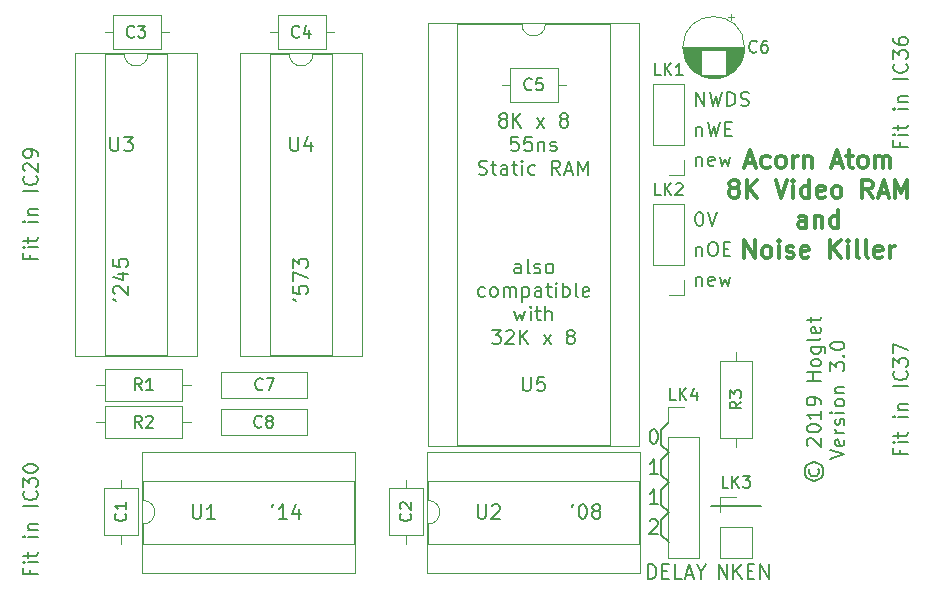
<source format=gto>
G04 #@! TF.GenerationSoftware,KiCad,Pcbnew,5.0.2-bee76a0~70~ubuntu16.04.1*
G04 #@! TF.CreationDate,2019-05-03T11:24:50+01:00*
G04 #@! TF.ProjectId,AtomRamAndNoiseKiller,41746f6d-5261-46d4-916e-644e6f697365,rev?*
G04 #@! TF.SameCoordinates,PX8e4fe28PY93c3260*
G04 #@! TF.FileFunction,Legend,Top*
G04 #@! TF.FilePolarity,Positive*
%FSLAX46Y46*%
G04 Gerber Fmt 4.6, Leading zero omitted, Abs format (unit mm)*
G04 Created by KiCad (PCBNEW 5.0.2-bee76a0~70~ubuntu16.04.1) date Fri 03 May 2019 11:24:50 BST*
%MOMM*%
%LPD*%
G01*
G04 APERTURE LIST*
%ADD10C,0.200000*%
%ADD11C,0.300000*%
%ADD12C,0.120000*%
%ADD13C,0.150000*%
G04 APERTURE END LIST*
D10*
X54610000Y5080000D02*
X55245000Y4445000D01*
X54610000Y6350000D02*
X54610000Y5080000D01*
X55245000Y6985000D02*
X54610000Y6350000D01*
X54610000Y7620000D02*
X55245000Y6985000D01*
X54610000Y8890000D02*
X54610000Y7620000D01*
X55245000Y9525000D02*
X54610000Y8890000D01*
X54610000Y10160000D02*
X55245000Y9525000D01*
X54610000Y11430000D02*
X54610000Y10160000D01*
X55245000Y12065000D02*
X54610000Y11430000D01*
X54610000Y12700000D02*
X55245000Y12065000D01*
X54610000Y13970000D02*
X54610000Y12700000D01*
X55245000Y14605000D02*
X54610000Y13970000D01*
X47174285Y7642143D02*
X47060000Y7413572D01*
X47917142Y7642143D02*
X48031428Y7642143D01*
X48145714Y7585000D01*
X48202857Y7527858D01*
X48260000Y7413572D01*
X48317142Y7185000D01*
X48317142Y6899286D01*
X48260000Y6670715D01*
X48202857Y6556429D01*
X48145714Y6499286D01*
X48031428Y6442143D01*
X47917142Y6442143D01*
X47802857Y6499286D01*
X47745714Y6556429D01*
X47688571Y6670715D01*
X47631428Y6899286D01*
X47631428Y7185000D01*
X47688571Y7413572D01*
X47745714Y7527858D01*
X47802857Y7585000D01*
X47917142Y7642143D01*
X49002857Y7127858D02*
X48888571Y7185000D01*
X48831428Y7242143D01*
X48774285Y7356429D01*
X48774285Y7413572D01*
X48831428Y7527858D01*
X48888571Y7585000D01*
X49002857Y7642143D01*
X49231428Y7642143D01*
X49345714Y7585000D01*
X49402857Y7527858D01*
X49460000Y7413572D01*
X49460000Y7356429D01*
X49402857Y7242143D01*
X49345714Y7185000D01*
X49231428Y7127858D01*
X49002857Y7127858D01*
X48888571Y7070715D01*
X48831428Y7013572D01*
X48774285Y6899286D01*
X48774285Y6670715D01*
X48831428Y6556429D01*
X48888571Y6499286D01*
X49002857Y6442143D01*
X49231428Y6442143D01*
X49345714Y6499286D01*
X49402857Y6556429D01*
X49460000Y6670715D01*
X49460000Y6899286D01*
X49402857Y7013572D01*
X49345714Y7070715D01*
X49231428Y7127858D01*
X53632142Y6257858D02*
X53689285Y6315000D01*
X53803571Y6372143D01*
X54089285Y6372143D01*
X54203571Y6315000D01*
X54260714Y6257858D01*
X54317857Y6143572D01*
X54317857Y6029286D01*
X54260714Y5857858D01*
X53575000Y5172143D01*
X54317857Y5172143D01*
X53917857Y13992143D02*
X54032142Y13992143D01*
X54146428Y13935000D01*
X54203571Y13877858D01*
X54260714Y13763572D01*
X54317857Y13535000D01*
X54317857Y13249286D01*
X54260714Y13020715D01*
X54203571Y12906429D01*
X54146428Y12849286D01*
X54032142Y12792143D01*
X53917857Y12792143D01*
X53803571Y12849286D01*
X53746428Y12906429D01*
X53689285Y13020715D01*
X53632142Y13249286D01*
X53632142Y13535000D01*
X53689285Y13763572D01*
X53746428Y13877858D01*
X53803571Y13935000D01*
X53917857Y13992143D01*
X54317857Y10252143D02*
X53632142Y10252143D01*
X53975000Y10252143D02*
X53975000Y11452143D01*
X53860714Y11280715D01*
X53746428Y11166429D01*
X53632142Y11109286D01*
X54317857Y7712143D02*
X53632142Y7712143D01*
X53975000Y7712143D02*
X53975000Y8912143D01*
X53860714Y8740715D01*
X53746428Y8626429D01*
X53632142Y8569286D01*
X53508571Y1362143D02*
X53508571Y2562143D01*
X53794285Y2562143D01*
X53965714Y2505000D01*
X54080000Y2390715D01*
X54137142Y2276429D01*
X54194285Y2047858D01*
X54194285Y1876429D01*
X54137142Y1647858D01*
X54080000Y1533572D01*
X53965714Y1419286D01*
X53794285Y1362143D01*
X53508571Y1362143D01*
X54708571Y1990715D02*
X55108571Y1990715D01*
X55280000Y1362143D02*
X54708571Y1362143D01*
X54708571Y2562143D01*
X55280000Y2562143D01*
X56365714Y1362143D02*
X55794285Y1362143D01*
X55794285Y2562143D01*
X56708571Y1705000D02*
X57280000Y1705000D01*
X56594285Y1362143D02*
X56994285Y2562143D01*
X57394285Y1362143D01*
X58022857Y1933572D02*
X58022857Y1362143D01*
X57622857Y2562143D02*
X58022857Y1933572D01*
X58422857Y2562143D01*
X67208571Y10652858D02*
X67151428Y10538572D01*
X67151428Y10310000D01*
X67208571Y10195715D01*
X67322857Y10081429D01*
X67437142Y10024286D01*
X67665714Y10024286D01*
X67780000Y10081429D01*
X67894285Y10195715D01*
X67951428Y10310000D01*
X67951428Y10538572D01*
X67894285Y10652858D01*
X66751428Y10424286D02*
X66808571Y10138572D01*
X66980000Y9852858D01*
X67265714Y9681429D01*
X67551428Y9624286D01*
X67837142Y9681429D01*
X68122857Y9852858D01*
X68294285Y10138572D01*
X68351428Y10424286D01*
X68294285Y10710000D01*
X68122857Y10995715D01*
X67837142Y11167143D01*
X67551428Y11224286D01*
X67265714Y11167143D01*
X66980000Y10995715D01*
X66808571Y10710000D01*
X66751428Y10424286D01*
X67037142Y12595715D02*
X66980000Y12652858D01*
X66922857Y12767143D01*
X66922857Y13052858D01*
X66980000Y13167143D01*
X67037142Y13224286D01*
X67151428Y13281429D01*
X67265714Y13281429D01*
X67437142Y13224286D01*
X68122857Y12538572D01*
X68122857Y13281429D01*
X66922857Y14024286D02*
X66922857Y14138572D01*
X66980000Y14252858D01*
X67037142Y14310000D01*
X67151428Y14367143D01*
X67380000Y14424286D01*
X67665714Y14424286D01*
X67894285Y14367143D01*
X68008571Y14310000D01*
X68065714Y14252858D01*
X68122857Y14138572D01*
X68122857Y14024286D01*
X68065714Y13910000D01*
X68008571Y13852858D01*
X67894285Y13795715D01*
X67665714Y13738572D01*
X67380000Y13738572D01*
X67151428Y13795715D01*
X67037142Y13852858D01*
X66980000Y13910000D01*
X66922857Y14024286D01*
X68122857Y15567143D02*
X68122857Y14881429D01*
X68122857Y15224286D02*
X66922857Y15224286D01*
X67094285Y15110000D01*
X67208571Y14995715D01*
X67265714Y14881429D01*
X68122857Y16138572D02*
X68122857Y16367143D01*
X68065714Y16481429D01*
X68008571Y16538572D01*
X67837142Y16652858D01*
X67608571Y16710000D01*
X67151428Y16710000D01*
X67037142Y16652858D01*
X66980000Y16595715D01*
X66922857Y16481429D01*
X66922857Y16252858D01*
X66980000Y16138572D01*
X67037142Y16081429D01*
X67151428Y16024286D01*
X67437142Y16024286D01*
X67551428Y16081429D01*
X67608571Y16138572D01*
X67665714Y16252858D01*
X67665714Y16481429D01*
X67608571Y16595715D01*
X67551428Y16652858D01*
X67437142Y16710000D01*
X68122857Y18138572D02*
X66922857Y18138572D01*
X67494285Y18138572D02*
X67494285Y18824286D01*
X68122857Y18824286D02*
X66922857Y18824286D01*
X68122857Y19567143D02*
X68065714Y19452858D01*
X68008571Y19395715D01*
X67894285Y19338572D01*
X67551428Y19338572D01*
X67437142Y19395715D01*
X67380000Y19452858D01*
X67322857Y19567143D01*
X67322857Y19738572D01*
X67380000Y19852858D01*
X67437142Y19910000D01*
X67551428Y19967143D01*
X67894285Y19967143D01*
X68008571Y19910000D01*
X68065714Y19852858D01*
X68122857Y19738572D01*
X68122857Y19567143D01*
X67322857Y20995715D02*
X68294285Y20995715D01*
X68408571Y20938572D01*
X68465714Y20881429D01*
X68522857Y20767143D01*
X68522857Y20595715D01*
X68465714Y20481429D01*
X68065714Y20995715D02*
X68122857Y20881429D01*
X68122857Y20652858D01*
X68065714Y20538572D01*
X68008571Y20481429D01*
X67894285Y20424286D01*
X67551428Y20424286D01*
X67437142Y20481429D01*
X67380000Y20538572D01*
X67322857Y20652858D01*
X67322857Y20881429D01*
X67380000Y20995715D01*
X68122857Y21738572D02*
X68065714Y21624286D01*
X67951428Y21567143D01*
X66922857Y21567143D01*
X68065714Y22652858D02*
X68122857Y22538572D01*
X68122857Y22310000D01*
X68065714Y22195715D01*
X67951428Y22138572D01*
X67494285Y22138572D01*
X67380000Y22195715D01*
X67322857Y22310000D01*
X67322857Y22538572D01*
X67380000Y22652858D01*
X67494285Y22710000D01*
X67608571Y22710000D01*
X67722857Y22138572D01*
X67322857Y23052858D02*
X67322857Y23510000D01*
X66922857Y23224286D02*
X67951428Y23224286D01*
X68065714Y23281429D01*
X68122857Y23395715D01*
X68122857Y23510000D01*
X68922857Y11481429D02*
X70122857Y11881429D01*
X68922857Y12281429D01*
X70065714Y13138572D02*
X70122857Y13024286D01*
X70122857Y12795715D01*
X70065714Y12681429D01*
X69951428Y12624286D01*
X69494285Y12624286D01*
X69380000Y12681429D01*
X69322857Y12795715D01*
X69322857Y13024286D01*
X69380000Y13138572D01*
X69494285Y13195715D01*
X69608571Y13195715D01*
X69722857Y12624286D01*
X70122857Y13710000D02*
X69322857Y13710000D01*
X69551428Y13710000D02*
X69437142Y13767143D01*
X69380000Y13824286D01*
X69322857Y13938572D01*
X69322857Y14052858D01*
X70065714Y14395715D02*
X70122857Y14510000D01*
X70122857Y14738572D01*
X70065714Y14852858D01*
X69951428Y14910000D01*
X69894285Y14910000D01*
X69780000Y14852858D01*
X69722857Y14738572D01*
X69722857Y14567143D01*
X69665714Y14452858D01*
X69551428Y14395715D01*
X69494285Y14395715D01*
X69380000Y14452858D01*
X69322857Y14567143D01*
X69322857Y14738572D01*
X69380000Y14852858D01*
X70122857Y15424286D02*
X69322857Y15424286D01*
X68922857Y15424286D02*
X68980000Y15367143D01*
X69037142Y15424286D01*
X68980000Y15481429D01*
X68922857Y15424286D01*
X69037142Y15424286D01*
X70122857Y16167143D02*
X70065714Y16052858D01*
X70008571Y15995715D01*
X69894285Y15938572D01*
X69551428Y15938572D01*
X69437142Y15995715D01*
X69380000Y16052858D01*
X69322857Y16167143D01*
X69322857Y16338572D01*
X69380000Y16452858D01*
X69437142Y16510000D01*
X69551428Y16567143D01*
X69894285Y16567143D01*
X70008571Y16510000D01*
X70065714Y16452858D01*
X70122857Y16338572D01*
X70122857Y16167143D01*
X69322857Y17081429D02*
X70122857Y17081429D01*
X69437142Y17081429D02*
X69380000Y17138572D01*
X69322857Y17252858D01*
X69322857Y17424286D01*
X69380000Y17538572D01*
X69494285Y17595715D01*
X70122857Y17595715D01*
X68922857Y18967143D02*
X68922857Y19710000D01*
X69380000Y19310000D01*
X69380000Y19481429D01*
X69437142Y19595715D01*
X69494285Y19652858D01*
X69608571Y19710000D01*
X69894285Y19710000D01*
X70008571Y19652858D01*
X70065714Y19595715D01*
X70122857Y19481429D01*
X70122857Y19138572D01*
X70065714Y19024286D01*
X70008571Y18967143D01*
X70008571Y20224286D02*
X70065714Y20281429D01*
X70122857Y20224286D01*
X70065714Y20167143D01*
X70008571Y20224286D01*
X70122857Y20224286D01*
X68922857Y21024286D02*
X68922857Y21138572D01*
X68980000Y21252858D01*
X69037142Y21310000D01*
X69151428Y21367143D01*
X69380000Y21424286D01*
X69665714Y21424286D01*
X69894285Y21367143D01*
X70008571Y21310000D01*
X70065714Y21252858D01*
X70122857Y21138572D01*
X70122857Y21024286D01*
X70065714Y20910000D01*
X70008571Y20852858D01*
X69894285Y20795715D01*
X69665714Y20738572D01*
X69380000Y20738572D01*
X69151428Y20795715D01*
X69037142Y20852858D01*
X68980000Y20910000D01*
X68922857Y21024286D01*
X42729285Y27222143D02*
X42729285Y27850715D01*
X42672142Y27965000D01*
X42557857Y28022143D01*
X42329285Y28022143D01*
X42215000Y27965000D01*
X42729285Y27279286D02*
X42615000Y27222143D01*
X42329285Y27222143D01*
X42215000Y27279286D01*
X42157857Y27393572D01*
X42157857Y27507858D01*
X42215000Y27622143D01*
X42329285Y27679286D01*
X42615000Y27679286D01*
X42729285Y27736429D01*
X43472142Y27222143D02*
X43357857Y27279286D01*
X43300714Y27393572D01*
X43300714Y28422143D01*
X43872142Y27279286D02*
X43986428Y27222143D01*
X44215000Y27222143D01*
X44329285Y27279286D01*
X44386428Y27393572D01*
X44386428Y27450715D01*
X44329285Y27565000D01*
X44215000Y27622143D01*
X44043571Y27622143D01*
X43929285Y27679286D01*
X43872142Y27793572D01*
X43872142Y27850715D01*
X43929285Y27965000D01*
X44043571Y28022143D01*
X44215000Y28022143D01*
X44329285Y27965000D01*
X45072142Y27222143D02*
X44957857Y27279286D01*
X44900714Y27336429D01*
X44843571Y27450715D01*
X44843571Y27793572D01*
X44900714Y27907858D01*
X44957857Y27965000D01*
X45072142Y28022143D01*
X45243571Y28022143D01*
X45357857Y27965000D01*
X45415000Y27907858D01*
X45472142Y27793572D01*
X45472142Y27450715D01*
X45415000Y27336429D01*
X45357857Y27279286D01*
X45243571Y27222143D01*
X45072142Y27222143D01*
X39672142Y25279286D02*
X39557857Y25222143D01*
X39329285Y25222143D01*
X39215000Y25279286D01*
X39157857Y25336429D01*
X39100714Y25450715D01*
X39100714Y25793572D01*
X39157857Y25907858D01*
X39215000Y25965000D01*
X39329285Y26022143D01*
X39557857Y26022143D01*
X39672142Y25965000D01*
X40357857Y25222143D02*
X40243571Y25279286D01*
X40186428Y25336429D01*
X40129285Y25450715D01*
X40129285Y25793572D01*
X40186428Y25907858D01*
X40243571Y25965000D01*
X40357857Y26022143D01*
X40529285Y26022143D01*
X40643571Y25965000D01*
X40700714Y25907858D01*
X40757857Y25793572D01*
X40757857Y25450715D01*
X40700714Y25336429D01*
X40643571Y25279286D01*
X40529285Y25222143D01*
X40357857Y25222143D01*
X41272142Y25222143D02*
X41272142Y26022143D01*
X41272142Y25907858D02*
X41329285Y25965000D01*
X41443571Y26022143D01*
X41615000Y26022143D01*
X41729285Y25965000D01*
X41786428Y25850715D01*
X41786428Y25222143D01*
X41786428Y25850715D02*
X41843571Y25965000D01*
X41957857Y26022143D01*
X42129285Y26022143D01*
X42243571Y25965000D01*
X42300714Y25850715D01*
X42300714Y25222143D01*
X42872142Y26022143D02*
X42872142Y24822143D01*
X42872142Y25965000D02*
X42986428Y26022143D01*
X43215000Y26022143D01*
X43329285Y25965000D01*
X43386428Y25907858D01*
X43443571Y25793572D01*
X43443571Y25450715D01*
X43386428Y25336429D01*
X43329285Y25279286D01*
X43215000Y25222143D01*
X42986428Y25222143D01*
X42872142Y25279286D01*
X44472142Y25222143D02*
X44472142Y25850715D01*
X44415000Y25965000D01*
X44300714Y26022143D01*
X44072142Y26022143D01*
X43957857Y25965000D01*
X44472142Y25279286D02*
X44357857Y25222143D01*
X44072142Y25222143D01*
X43957857Y25279286D01*
X43900714Y25393572D01*
X43900714Y25507858D01*
X43957857Y25622143D01*
X44072142Y25679286D01*
X44357857Y25679286D01*
X44472142Y25736429D01*
X44872142Y26022143D02*
X45329285Y26022143D01*
X45043571Y26422143D02*
X45043571Y25393572D01*
X45100714Y25279286D01*
X45215000Y25222143D01*
X45329285Y25222143D01*
X45729285Y25222143D02*
X45729285Y26022143D01*
X45729285Y26422143D02*
X45672142Y26365000D01*
X45729285Y26307858D01*
X45786428Y26365000D01*
X45729285Y26422143D01*
X45729285Y26307858D01*
X46300714Y25222143D02*
X46300714Y26422143D01*
X46300714Y25965000D02*
X46415000Y26022143D01*
X46643571Y26022143D01*
X46757857Y25965000D01*
X46815000Y25907858D01*
X46872142Y25793572D01*
X46872142Y25450715D01*
X46815000Y25336429D01*
X46757857Y25279286D01*
X46643571Y25222143D01*
X46415000Y25222143D01*
X46300714Y25279286D01*
X47557857Y25222143D02*
X47443571Y25279286D01*
X47386428Y25393572D01*
X47386428Y26422143D01*
X48472142Y25279286D02*
X48357857Y25222143D01*
X48129285Y25222143D01*
X48015000Y25279286D01*
X47957857Y25393572D01*
X47957857Y25850715D01*
X48015000Y25965000D01*
X48129285Y26022143D01*
X48357857Y26022143D01*
X48472142Y25965000D01*
X48529285Y25850715D01*
X48529285Y25736429D01*
X47957857Y25622143D01*
X42186428Y24022143D02*
X42415000Y23222143D01*
X42643571Y23793572D01*
X42872142Y23222143D01*
X43100714Y24022143D01*
X43557857Y23222143D02*
X43557857Y24022143D01*
X43557857Y24422143D02*
X43500714Y24365000D01*
X43557857Y24307858D01*
X43615000Y24365000D01*
X43557857Y24422143D01*
X43557857Y24307858D01*
X43957857Y24022143D02*
X44415000Y24022143D01*
X44129285Y24422143D02*
X44129285Y23393572D01*
X44186428Y23279286D01*
X44300714Y23222143D01*
X44415000Y23222143D01*
X44815000Y23222143D02*
X44815000Y24422143D01*
X45329285Y23222143D02*
X45329285Y23850715D01*
X45272142Y23965000D01*
X45157857Y24022143D01*
X44986428Y24022143D01*
X44872142Y23965000D01*
X44815000Y23907858D01*
X40272142Y22422143D02*
X41015000Y22422143D01*
X40615000Y21965000D01*
X40786428Y21965000D01*
X40900714Y21907858D01*
X40957857Y21850715D01*
X41015000Y21736429D01*
X41015000Y21450715D01*
X40957857Y21336429D01*
X40900714Y21279286D01*
X40786428Y21222143D01*
X40443571Y21222143D01*
X40329285Y21279286D01*
X40272142Y21336429D01*
X41472142Y22307858D02*
X41529285Y22365000D01*
X41643571Y22422143D01*
X41929285Y22422143D01*
X42043571Y22365000D01*
X42100714Y22307858D01*
X42157857Y22193572D01*
X42157857Y22079286D01*
X42100714Y21907858D01*
X41415000Y21222143D01*
X42157857Y21222143D01*
X42672142Y21222143D02*
X42672142Y22422143D01*
X43357857Y21222143D02*
X42843571Y21907858D01*
X43357857Y22422143D02*
X42672142Y21736429D01*
X44672142Y21222143D02*
X45300714Y22022143D01*
X44672142Y22022143D02*
X45300714Y21222143D01*
X46843571Y21907858D02*
X46729285Y21965000D01*
X46672142Y22022143D01*
X46615000Y22136429D01*
X46615000Y22193572D01*
X46672142Y22307858D01*
X46729285Y22365000D01*
X46843571Y22422143D01*
X47072142Y22422143D01*
X47186428Y22365000D01*
X47243571Y22307858D01*
X47300714Y22193572D01*
X47300714Y22136429D01*
X47243571Y22022143D01*
X47186428Y21965000D01*
X47072142Y21907858D01*
X46843571Y21907858D01*
X46729285Y21850715D01*
X46672142Y21793572D01*
X46615000Y21679286D01*
X46615000Y21450715D01*
X46672142Y21336429D01*
X46729285Y21279286D01*
X46843571Y21222143D01*
X47072142Y21222143D01*
X47186428Y21279286D01*
X47243571Y21336429D01*
X47300714Y21450715D01*
X47300714Y21679286D01*
X47243571Y21793572D01*
X47186428Y21850715D01*
X47072142Y21907858D01*
X57565714Y37087143D02*
X57565714Y36287143D01*
X57565714Y36972858D02*
X57622857Y37030000D01*
X57737142Y37087143D01*
X57908571Y37087143D01*
X58022857Y37030000D01*
X58080000Y36915715D01*
X58080000Y36287143D01*
X59108571Y36344286D02*
X58994285Y36287143D01*
X58765714Y36287143D01*
X58651428Y36344286D01*
X58594285Y36458572D01*
X58594285Y36915715D01*
X58651428Y37030000D01*
X58765714Y37087143D01*
X58994285Y37087143D01*
X59108571Y37030000D01*
X59165714Y36915715D01*
X59165714Y36801429D01*
X58594285Y36687143D01*
X59565714Y37087143D02*
X59794285Y36287143D01*
X60022857Y36858572D01*
X60251428Y36287143D01*
X60480000Y37087143D01*
X57565714Y26927143D02*
X57565714Y26127143D01*
X57565714Y26812858D02*
X57622857Y26870000D01*
X57737142Y26927143D01*
X57908571Y26927143D01*
X58022857Y26870000D01*
X58080000Y26755715D01*
X58080000Y26127143D01*
X59108571Y26184286D02*
X58994285Y26127143D01*
X58765714Y26127143D01*
X58651428Y26184286D01*
X58594285Y26298572D01*
X58594285Y26755715D01*
X58651428Y26870000D01*
X58765714Y26927143D01*
X58994285Y26927143D01*
X59108571Y26870000D01*
X59165714Y26755715D01*
X59165714Y26641429D01*
X58594285Y26527143D01*
X59565714Y26927143D02*
X59794285Y26127143D01*
X60022857Y26698572D01*
X60251428Y26127143D01*
X60480000Y26927143D01*
X57794285Y32407143D02*
X57908571Y32407143D01*
X58022857Y32350000D01*
X58080000Y32292858D01*
X58137142Y32178572D01*
X58194285Y31950000D01*
X58194285Y31664286D01*
X58137142Y31435715D01*
X58080000Y31321429D01*
X58022857Y31264286D01*
X57908571Y31207143D01*
X57794285Y31207143D01*
X57680000Y31264286D01*
X57622857Y31321429D01*
X57565714Y31435715D01*
X57508571Y31664286D01*
X57508571Y31950000D01*
X57565714Y32178572D01*
X57622857Y32292858D01*
X57680000Y32350000D01*
X57794285Y32407143D01*
X58537142Y32407143D02*
X58937142Y31207143D01*
X59337142Y32407143D01*
X57565714Y41367143D02*
X57565714Y42567143D01*
X58251428Y41367143D01*
X58251428Y42567143D01*
X58708571Y42567143D02*
X58994285Y41367143D01*
X59222857Y42224286D01*
X59451428Y41367143D01*
X59737142Y42567143D01*
X60194285Y41367143D02*
X60194285Y42567143D01*
X60480000Y42567143D01*
X60651428Y42510000D01*
X60765714Y42395715D01*
X60822857Y42281429D01*
X60880000Y42052858D01*
X60880000Y41881429D01*
X60822857Y41652858D01*
X60765714Y41538572D01*
X60651428Y41424286D01*
X60480000Y41367143D01*
X60194285Y41367143D01*
X61337142Y41424286D02*
X61508571Y41367143D01*
X61794285Y41367143D01*
X61908571Y41424286D01*
X61965714Y41481429D01*
X62022857Y41595715D01*
X62022857Y41710000D01*
X61965714Y41824286D01*
X61908571Y41881429D01*
X61794285Y41938572D01*
X61565714Y41995715D01*
X61451428Y42052858D01*
X61394285Y42110000D01*
X61337142Y42224286D01*
X61337142Y42338572D01*
X61394285Y42452858D01*
X61451428Y42510000D01*
X61565714Y42567143D01*
X61851428Y42567143D01*
X62022857Y42510000D01*
X57565714Y29467143D02*
X57565714Y28667143D01*
X57565714Y29352858D02*
X57622857Y29410000D01*
X57737142Y29467143D01*
X57908571Y29467143D01*
X58022857Y29410000D01*
X58080000Y29295715D01*
X58080000Y28667143D01*
X58880000Y29867143D02*
X59108571Y29867143D01*
X59222857Y29810000D01*
X59337142Y29695715D01*
X59394285Y29467143D01*
X59394285Y29067143D01*
X59337142Y28838572D01*
X59222857Y28724286D01*
X59108571Y28667143D01*
X58880000Y28667143D01*
X58765714Y28724286D01*
X58651428Y28838572D01*
X58594285Y29067143D01*
X58594285Y29467143D01*
X58651428Y29695715D01*
X58765714Y29810000D01*
X58880000Y29867143D01*
X59908571Y29295715D02*
X60308571Y29295715D01*
X60480000Y28667143D02*
X59908571Y28667143D01*
X59908571Y29867143D01*
X60480000Y29867143D01*
X57565714Y39627143D02*
X57565714Y38827143D01*
X57565714Y39512858D02*
X57622857Y39570000D01*
X57737142Y39627143D01*
X57908571Y39627143D01*
X58022857Y39570000D01*
X58080000Y39455715D01*
X58080000Y38827143D01*
X58537142Y40027143D02*
X58822857Y38827143D01*
X59051428Y39684286D01*
X59280000Y38827143D01*
X59565714Y40027143D01*
X60022857Y39455715D02*
X60422857Y39455715D01*
X60594285Y38827143D02*
X60022857Y38827143D01*
X60022857Y40027143D01*
X60594285Y40027143D01*
X41129285Y40242858D02*
X41015000Y40300000D01*
X40957857Y40357143D01*
X40900714Y40471429D01*
X40900714Y40528572D01*
X40957857Y40642858D01*
X41015000Y40700000D01*
X41129285Y40757143D01*
X41357857Y40757143D01*
X41472142Y40700000D01*
X41529285Y40642858D01*
X41586428Y40528572D01*
X41586428Y40471429D01*
X41529285Y40357143D01*
X41472142Y40300000D01*
X41357857Y40242858D01*
X41129285Y40242858D01*
X41015000Y40185715D01*
X40957857Y40128572D01*
X40900714Y40014286D01*
X40900714Y39785715D01*
X40957857Y39671429D01*
X41015000Y39614286D01*
X41129285Y39557143D01*
X41357857Y39557143D01*
X41472142Y39614286D01*
X41529285Y39671429D01*
X41586428Y39785715D01*
X41586428Y40014286D01*
X41529285Y40128572D01*
X41472142Y40185715D01*
X41357857Y40242858D01*
X42100714Y39557143D02*
X42100714Y40757143D01*
X42786428Y39557143D02*
X42272142Y40242858D01*
X42786428Y40757143D02*
X42100714Y40071429D01*
X44100714Y39557143D02*
X44729285Y40357143D01*
X44100714Y40357143D02*
X44729285Y39557143D01*
X46272142Y40242858D02*
X46157857Y40300000D01*
X46100714Y40357143D01*
X46043571Y40471429D01*
X46043571Y40528572D01*
X46100714Y40642858D01*
X46157857Y40700000D01*
X46272142Y40757143D01*
X46500714Y40757143D01*
X46615000Y40700000D01*
X46672142Y40642858D01*
X46729285Y40528572D01*
X46729285Y40471429D01*
X46672142Y40357143D01*
X46615000Y40300000D01*
X46500714Y40242858D01*
X46272142Y40242858D01*
X46157857Y40185715D01*
X46100714Y40128572D01*
X46043571Y40014286D01*
X46043571Y39785715D01*
X46100714Y39671429D01*
X46157857Y39614286D01*
X46272142Y39557143D01*
X46500714Y39557143D01*
X46615000Y39614286D01*
X46672142Y39671429D01*
X46729285Y39785715D01*
X46729285Y40014286D01*
X46672142Y40128572D01*
X46615000Y40185715D01*
X46500714Y40242858D01*
X42500714Y38757143D02*
X41929285Y38757143D01*
X41872142Y38185715D01*
X41929285Y38242858D01*
X42043571Y38300000D01*
X42329285Y38300000D01*
X42443571Y38242858D01*
X42500714Y38185715D01*
X42557857Y38071429D01*
X42557857Y37785715D01*
X42500714Y37671429D01*
X42443571Y37614286D01*
X42329285Y37557143D01*
X42043571Y37557143D01*
X41929285Y37614286D01*
X41872142Y37671429D01*
X43643571Y38757143D02*
X43072142Y38757143D01*
X43015000Y38185715D01*
X43072142Y38242858D01*
X43186428Y38300000D01*
X43472142Y38300000D01*
X43586428Y38242858D01*
X43643571Y38185715D01*
X43700714Y38071429D01*
X43700714Y37785715D01*
X43643571Y37671429D01*
X43586428Y37614286D01*
X43472142Y37557143D01*
X43186428Y37557143D01*
X43072142Y37614286D01*
X43015000Y37671429D01*
X44215000Y38357143D02*
X44215000Y37557143D01*
X44215000Y38242858D02*
X44272142Y38300000D01*
X44386428Y38357143D01*
X44557857Y38357143D01*
X44672142Y38300000D01*
X44729285Y38185715D01*
X44729285Y37557143D01*
X45243571Y37614286D02*
X45357857Y37557143D01*
X45586428Y37557143D01*
X45700714Y37614286D01*
X45757857Y37728572D01*
X45757857Y37785715D01*
X45700714Y37900000D01*
X45586428Y37957143D01*
X45415000Y37957143D01*
X45300714Y38014286D01*
X45243571Y38128572D01*
X45243571Y38185715D01*
X45300714Y38300000D01*
X45415000Y38357143D01*
X45586428Y38357143D01*
X45700714Y38300000D01*
X39186428Y35614286D02*
X39357857Y35557143D01*
X39643571Y35557143D01*
X39757857Y35614286D01*
X39815000Y35671429D01*
X39872142Y35785715D01*
X39872142Y35900000D01*
X39815000Y36014286D01*
X39757857Y36071429D01*
X39643571Y36128572D01*
X39415000Y36185715D01*
X39300714Y36242858D01*
X39243571Y36300000D01*
X39186428Y36414286D01*
X39186428Y36528572D01*
X39243571Y36642858D01*
X39300714Y36700000D01*
X39415000Y36757143D01*
X39700714Y36757143D01*
X39872142Y36700000D01*
X40215000Y36357143D02*
X40672142Y36357143D01*
X40386428Y36757143D02*
X40386428Y35728572D01*
X40443571Y35614286D01*
X40557857Y35557143D01*
X40672142Y35557143D01*
X41586428Y35557143D02*
X41586428Y36185715D01*
X41529285Y36300000D01*
X41415000Y36357143D01*
X41186428Y36357143D01*
X41072142Y36300000D01*
X41586428Y35614286D02*
X41472142Y35557143D01*
X41186428Y35557143D01*
X41072142Y35614286D01*
X41015000Y35728572D01*
X41015000Y35842858D01*
X41072142Y35957143D01*
X41186428Y36014286D01*
X41472142Y36014286D01*
X41586428Y36071429D01*
X41986428Y36357143D02*
X42443571Y36357143D01*
X42157857Y36757143D02*
X42157857Y35728572D01*
X42215000Y35614286D01*
X42329285Y35557143D01*
X42443571Y35557143D01*
X42843571Y35557143D02*
X42843571Y36357143D01*
X42843571Y36757143D02*
X42786428Y36700000D01*
X42843571Y36642858D01*
X42900714Y36700000D01*
X42843571Y36757143D01*
X42843571Y36642858D01*
X43929285Y35614286D02*
X43815000Y35557143D01*
X43586428Y35557143D01*
X43472142Y35614286D01*
X43415000Y35671429D01*
X43357857Y35785715D01*
X43357857Y36128572D01*
X43415000Y36242858D01*
X43472142Y36300000D01*
X43586428Y36357143D01*
X43815000Y36357143D01*
X43929285Y36300000D01*
X46043571Y35557143D02*
X45643571Y36128572D01*
X45357857Y35557143D02*
X45357857Y36757143D01*
X45815000Y36757143D01*
X45929285Y36700000D01*
X45986428Y36642858D01*
X46043571Y36528572D01*
X46043571Y36357143D01*
X45986428Y36242858D01*
X45929285Y36185715D01*
X45815000Y36128572D01*
X45357857Y36128572D01*
X46500714Y35900000D02*
X47072142Y35900000D01*
X46386428Y35557143D02*
X46786428Y36757143D01*
X47186428Y35557143D01*
X47586428Y35557143D02*
X47586428Y36757143D01*
X47986428Y35900000D01*
X48386428Y36757143D01*
X48386428Y35557143D01*
X58801000Y7493000D02*
X63068200Y7493000D01*
X21774285Y7642143D02*
X21660000Y7413572D01*
X22917142Y6442143D02*
X22231428Y6442143D01*
X22574285Y6442143D02*
X22574285Y7642143D01*
X22460000Y7470715D01*
X22345714Y7356429D01*
X22231428Y7299286D01*
X23945714Y7242143D02*
X23945714Y6442143D01*
X23660000Y7699286D02*
X23374285Y6842143D01*
X24117142Y6842143D01*
X23472857Y25012858D02*
X23701428Y24898572D01*
X23472857Y26098572D02*
X23472857Y25527143D01*
X24044285Y25470000D01*
X23987142Y25527143D01*
X23930000Y25641429D01*
X23930000Y25927143D01*
X23987142Y26041429D01*
X24044285Y26098572D01*
X24158571Y26155715D01*
X24444285Y26155715D01*
X24558571Y26098572D01*
X24615714Y26041429D01*
X24672857Y25927143D01*
X24672857Y25641429D01*
X24615714Y25527143D01*
X24558571Y25470000D01*
X23472857Y26555715D02*
X23472857Y27355715D01*
X24672857Y26841429D01*
X23472857Y27698572D02*
X23472857Y28441429D01*
X23930000Y28041429D01*
X23930000Y28212858D01*
X23987142Y28327143D01*
X24044285Y28384286D01*
X24158571Y28441429D01*
X24444285Y28441429D01*
X24558571Y28384286D01*
X24615714Y28327143D01*
X24672857Y28212858D01*
X24672857Y27870000D01*
X24615714Y27755715D01*
X24558571Y27698572D01*
X8232857Y25012858D02*
X8461428Y24898572D01*
X8347142Y25470000D02*
X8290000Y25527143D01*
X8232857Y25641429D01*
X8232857Y25927143D01*
X8290000Y26041429D01*
X8347142Y26098572D01*
X8461428Y26155715D01*
X8575714Y26155715D01*
X8747142Y26098572D01*
X9432857Y25412858D01*
X9432857Y26155715D01*
X8632857Y27184286D02*
X9432857Y27184286D01*
X8175714Y26898572D02*
X9032857Y26612858D01*
X9032857Y27355715D01*
X8232857Y28384286D02*
X8232857Y27812858D01*
X8804285Y27755715D01*
X8747142Y27812858D01*
X8690000Y27927143D01*
X8690000Y28212858D01*
X8747142Y28327143D01*
X8804285Y28384286D01*
X8918571Y28441429D01*
X9204285Y28441429D01*
X9318571Y28384286D01*
X9375714Y28327143D01*
X9432857Y28212858D01*
X9432857Y27927143D01*
X9375714Y27812858D01*
X9318571Y27755715D01*
X74844285Y12281429D02*
X74844285Y11881429D01*
X75472857Y11881429D02*
X74272857Y11881429D01*
X74272857Y12452858D01*
X75472857Y12910000D02*
X74672857Y12910000D01*
X74272857Y12910000D02*
X74330000Y12852858D01*
X74387142Y12910000D01*
X74330000Y12967143D01*
X74272857Y12910000D01*
X74387142Y12910000D01*
X74672857Y13310000D02*
X74672857Y13767143D01*
X74272857Y13481429D02*
X75301428Y13481429D01*
X75415714Y13538572D01*
X75472857Y13652858D01*
X75472857Y13767143D01*
X75472857Y15081429D02*
X74672857Y15081429D01*
X74272857Y15081429D02*
X74330000Y15024286D01*
X74387142Y15081429D01*
X74330000Y15138572D01*
X74272857Y15081429D01*
X74387142Y15081429D01*
X74672857Y15652858D02*
X75472857Y15652858D01*
X74787142Y15652858D02*
X74730000Y15710000D01*
X74672857Y15824286D01*
X74672857Y15995715D01*
X74730000Y16110000D01*
X74844285Y16167143D01*
X75472857Y16167143D01*
X75472857Y17652858D02*
X74272857Y17652858D01*
X75358571Y18910000D02*
X75415714Y18852858D01*
X75472857Y18681429D01*
X75472857Y18567143D01*
X75415714Y18395715D01*
X75301428Y18281429D01*
X75187142Y18224286D01*
X74958571Y18167143D01*
X74787142Y18167143D01*
X74558571Y18224286D01*
X74444285Y18281429D01*
X74330000Y18395715D01*
X74272857Y18567143D01*
X74272857Y18681429D01*
X74330000Y18852858D01*
X74387142Y18910000D01*
X74272857Y19310000D02*
X74272857Y20052858D01*
X74730000Y19652858D01*
X74730000Y19824286D01*
X74787142Y19938572D01*
X74844285Y19995715D01*
X74958571Y20052858D01*
X75244285Y20052858D01*
X75358571Y19995715D01*
X75415714Y19938572D01*
X75472857Y19824286D01*
X75472857Y19481429D01*
X75415714Y19367143D01*
X75358571Y19310000D01*
X74272857Y20452858D02*
X74272857Y21252858D01*
X75472857Y20738572D01*
X74844285Y38316429D02*
X74844285Y37916429D01*
X75472857Y37916429D02*
X74272857Y37916429D01*
X74272857Y38487858D01*
X75472857Y38945000D02*
X74672857Y38945000D01*
X74272857Y38945000D02*
X74330000Y38887858D01*
X74387142Y38945000D01*
X74330000Y39002143D01*
X74272857Y38945000D01*
X74387142Y38945000D01*
X74672857Y39345000D02*
X74672857Y39802143D01*
X74272857Y39516429D02*
X75301428Y39516429D01*
X75415714Y39573572D01*
X75472857Y39687858D01*
X75472857Y39802143D01*
X75472857Y41116429D02*
X74672857Y41116429D01*
X74272857Y41116429D02*
X74330000Y41059286D01*
X74387142Y41116429D01*
X74330000Y41173572D01*
X74272857Y41116429D01*
X74387142Y41116429D01*
X74672857Y41687858D02*
X75472857Y41687858D01*
X74787142Y41687858D02*
X74730000Y41745000D01*
X74672857Y41859286D01*
X74672857Y42030715D01*
X74730000Y42145000D01*
X74844285Y42202143D01*
X75472857Y42202143D01*
X75472857Y43687858D02*
X74272857Y43687858D01*
X75358571Y44945000D02*
X75415714Y44887858D01*
X75472857Y44716429D01*
X75472857Y44602143D01*
X75415714Y44430715D01*
X75301428Y44316429D01*
X75187142Y44259286D01*
X74958571Y44202143D01*
X74787142Y44202143D01*
X74558571Y44259286D01*
X74444285Y44316429D01*
X74330000Y44430715D01*
X74272857Y44602143D01*
X74272857Y44716429D01*
X74330000Y44887858D01*
X74387142Y44945000D01*
X74272857Y45345000D02*
X74272857Y46087858D01*
X74730000Y45687858D01*
X74730000Y45859286D01*
X74787142Y45973572D01*
X74844285Y46030715D01*
X74958571Y46087858D01*
X75244285Y46087858D01*
X75358571Y46030715D01*
X75415714Y45973572D01*
X75472857Y45859286D01*
X75472857Y45516429D01*
X75415714Y45402143D01*
X75358571Y45345000D01*
X74272857Y47116429D02*
X74272857Y46887858D01*
X74330000Y46773572D01*
X74387142Y46716429D01*
X74558571Y46602143D01*
X74787142Y46545000D01*
X75244285Y46545000D01*
X75358571Y46602143D01*
X75415714Y46659286D01*
X75472857Y46773572D01*
X75472857Y47002143D01*
X75415714Y47116429D01*
X75358571Y47173572D01*
X75244285Y47230715D01*
X74958571Y47230715D01*
X74844285Y47173572D01*
X74787142Y47116429D01*
X74730000Y47002143D01*
X74730000Y46773572D01*
X74787142Y46659286D01*
X74844285Y46602143D01*
X74958571Y46545000D01*
X59480714Y1362143D02*
X59480714Y2562143D01*
X60166428Y1362143D01*
X60166428Y2562143D01*
X60737857Y1362143D02*
X60737857Y2562143D01*
X61423571Y1362143D02*
X60909285Y2047858D01*
X61423571Y2562143D02*
X60737857Y1876429D01*
X61937857Y1990715D02*
X62337857Y1990715D01*
X62509285Y1362143D02*
X61937857Y1362143D01*
X61937857Y2562143D01*
X62509285Y2562143D01*
X63023571Y1362143D02*
X63023571Y2562143D01*
X63709285Y1362143D01*
X63709285Y2562143D01*
X1184285Y2121429D02*
X1184285Y1721429D01*
X1812857Y1721429D02*
X612857Y1721429D01*
X612857Y2292858D01*
X1812857Y2750000D02*
X1012857Y2750000D01*
X612857Y2750000D02*
X670000Y2692858D01*
X727142Y2750000D01*
X670000Y2807143D01*
X612857Y2750000D01*
X727142Y2750000D01*
X1012857Y3150000D02*
X1012857Y3607143D01*
X612857Y3321429D02*
X1641428Y3321429D01*
X1755714Y3378572D01*
X1812857Y3492858D01*
X1812857Y3607143D01*
X1812857Y4921429D02*
X1012857Y4921429D01*
X612857Y4921429D02*
X670000Y4864286D01*
X727142Y4921429D01*
X670000Y4978572D01*
X612857Y4921429D01*
X727142Y4921429D01*
X1012857Y5492858D02*
X1812857Y5492858D01*
X1127142Y5492858D02*
X1070000Y5550000D01*
X1012857Y5664286D01*
X1012857Y5835715D01*
X1070000Y5950000D01*
X1184285Y6007143D01*
X1812857Y6007143D01*
X1812857Y7492858D02*
X612857Y7492858D01*
X1698571Y8750000D02*
X1755714Y8692858D01*
X1812857Y8521429D01*
X1812857Y8407143D01*
X1755714Y8235715D01*
X1641428Y8121429D01*
X1527142Y8064286D01*
X1298571Y8007143D01*
X1127142Y8007143D01*
X898571Y8064286D01*
X784285Y8121429D01*
X670000Y8235715D01*
X612857Y8407143D01*
X612857Y8521429D01*
X670000Y8692858D01*
X727142Y8750000D01*
X612857Y9150000D02*
X612857Y9892858D01*
X1070000Y9492858D01*
X1070000Y9664286D01*
X1127142Y9778572D01*
X1184285Y9835715D01*
X1298571Y9892858D01*
X1584285Y9892858D01*
X1698571Y9835715D01*
X1755714Y9778572D01*
X1812857Y9664286D01*
X1812857Y9321429D01*
X1755714Y9207143D01*
X1698571Y9150000D01*
X612857Y10635715D02*
X612857Y10750000D01*
X670000Y10864286D01*
X727142Y10921429D01*
X841428Y10978572D01*
X1070000Y11035715D01*
X1355714Y11035715D01*
X1584285Y10978572D01*
X1698571Y10921429D01*
X1755714Y10864286D01*
X1812857Y10750000D01*
X1812857Y10635715D01*
X1755714Y10521429D01*
X1698571Y10464286D01*
X1584285Y10407143D01*
X1355714Y10350000D01*
X1070000Y10350000D01*
X841428Y10407143D01*
X727142Y10464286D01*
X670000Y10521429D01*
X612857Y10635715D01*
X1184285Y28791429D02*
X1184285Y28391429D01*
X1812857Y28391429D02*
X612857Y28391429D01*
X612857Y28962858D01*
X1812857Y29420000D02*
X1012857Y29420000D01*
X612857Y29420000D02*
X670000Y29362858D01*
X727142Y29420000D01*
X670000Y29477143D01*
X612857Y29420000D01*
X727142Y29420000D01*
X1012857Y29820000D02*
X1012857Y30277143D01*
X612857Y29991429D02*
X1641428Y29991429D01*
X1755714Y30048572D01*
X1812857Y30162858D01*
X1812857Y30277143D01*
X1812857Y31591429D02*
X1012857Y31591429D01*
X612857Y31591429D02*
X670000Y31534286D01*
X727142Y31591429D01*
X670000Y31648572D01*
X612857Y31591429D01*
X727142Y31591429D01*
X1012857Y32162858D02*
X1812857Y32162858D01*
X1127142Y32162858D02*
X1070000Y32220000D01*
X1012857Y32334286D01*
X1012857Y32505715D01*
X1070000Y32620000D01*
X1184285Y32677143D01*
X1812857Y32677143D01*
X1812857Y34162858D02*
X612857Y34162858D01*
X1698571Y35420000D02*
X1755714Y35362858D01*
X1812857Y35191429D01*
X1812857Y35077143D01*
X1755714Y34905715D01*
X1641428Y34791429D01*
X1527142Y34734286D01*
X1298571Y34677143D01*
X1127142Y34677143D01*
X898571Y34734286D01*
X784285Y34791429D01*
X670000Y34905715D01*
X612857Y35077143D01*
X612857Y35191429D01*
X670000Y35362858D01*
X727142Y35420000D01*
X727142Y35877143D02*
X670000Y35934286D01*
X612857Y36048572D01*
X612857Y36334286D01*
X670000Y36448572D01*
X727142Y36505715D01*
X841428Y36562858D01*
X955714Y36562858D01*
X1127142Y36505715D01*
X1812857Y35820000D01*
X1812857Y36562858D01*
X1812857Y37134286D02*
X1812857Y37362858D01*
X1755714Y37477143D01*
X1698571Y37534286D01*
X1527142Y37648572D01*
X1298571Y37705715D01*
X841428Y37705715D01*
X727142Y37648572D01*
X670000Y37591429D01*
X612857Y37477143D01*
X612857Y37248572D01*
X670000Y37134286D01*
X727142Y37077143D01*
X841428Y37020000D01*
X1127142Y37020000D01*
X1241428Y37077143D01*
X1298571Y37134286D01*
X1355714Y37248572D01*
X1355714Y37477143D01*
X1298571Y37591429D01*
X1241428Y37648572D01*
X1127142Y37705715D01*
D11*
X61802142Y36595000D02*
X62516428Y36595000D01*
X61659285Y36166429D02*
X62159285Y37666429D01*
X62659285Y36166429D01*
X63802142Y36237858D02*
X63659285Y36166429D01*
X63373571Y36166429D01*
X63230714Y36237858D01*
X63159285Y36309286D01*
X63087857Y36452143D01*
X63087857Y36880715D01*
X63159285Y37023572D01*
X63230714Y37095000D01*
X63373571Y37166429D01*
X63659285Y37166429D01*
X63802142Y37095000D01*
X64659285Y36166429D02*
X64516428Y36237858D01*
X64445000Y36309286D01*
X64373571Y36452143D01*
X64373571Y36880715D01*
X64445000Y37023572D01*
X64516428Y37095000D01*
X64659285Y37166429D01*
X64873571Y37166429D01*
X65016428Y37095000D01*
X65087857Y37023572D01*
X65159285Y36880715D01*
X65159285Y36452143D01*
X65087857Y36309286D01*
X65016428Y36237858D01*
X64873571Y36166429D01*
X64659285Y36166429D01*
X65802142Y36166429D02*
X65802142Y37166429D01*
X65802142Y36880715D02*
X65873571Y37023572D01*
X65945000Y37095000D01*
X66087857Y37166429D01*
X66230714Y37166429D01*
X66730714Y37166429D02*
X66730714Y36166429D01*
X66730714Y37023572D02*
X66802142Y37095000D01*
X66945000Y37166429D01*
X67159285Y37166429D01*
X67302142Y37095000D01*
X67373571Y36952143D01*
X67373571Y36166429D01*
X69159285Y36595000D02*
X69873571Y36595000D01*
X69016428Y36166429D02*
X69516428Y37666429D01*
X70016428Y36166429D01*
X70302142Y37166429D02*
X70873571Y37166429D01*
X70516428Y37666429D02*
X70516428Y36380715D01*
X70587857Y36237858D01*
X70730714Y36166429D01*
X70873571Y36166429D01*
X71587857Y36166429D02*
X71445000Y36237858D01*
X71373571Y36309286D01*
X71302142Y36452143D01*
X71302142Y36880715D01*
X71373571Y37023572D01*
X71445000Y37095000D01*
X71587857Y37166429D01*
X71802142Y37166429D01*
X71945000Y37095000D01*
X72016428Y37023572D01*
X72087857Y36880715D01*
X72087857Y36452143D01*
X72016428Y36309286D01*
X71945000Y36237858D01*
X71802142Y36166429D01*
X71587857Y36166429D01*
X72730714Y36166429D02*
X72730714Y37166429D01*
X72730714Y37023572D02*
X72802142Y37095000D01*
X72945000Y37166429D01*
X73159285Y37166429D01*
X73302142Y37095000D01*
X73373571Y36952143D01*
X73373571Y36166429D01*
X73373571Y36952143D02*
X73445000Y37095000D01*
X73587857Y37166429D01*
X73802142Y37166429D01*
X73945000Y37095000D01*
X74016428Y36952143D01*
X74016428Y36166429D01*
X60659285Y34473572D02*
X60516428Y34545000D01*
X60445000Y34616429D01*
X60373571Y34759286D01*
X60373571Y34830715D01*
X60445000Y34973572D01*
X60516428Y35045000D01*
X60659285Y35116429D01*
X60945000Y35116429D01*
X61087857Y35045000D01*
X61159285Y34973572D01*
X61230714Y34830715D01*
X61230714Y34759286D01*
X61159285Y34616429D01*
X61087857Y34545000D01*
X60945000Y34473572D01*
X60659285Y34473572D01*
X60516428Y34402143D01*
X60445000Y34330715D01*
X60373571Y34187858D01*
X60373571Y33902143D01*
X60445000Y33759286D01*
X60516428Y33687858D01*
X60659285Y33616429D01*
X60945000Y33616429D01*
X61087857Y33687858D01*
X61159285Y33759286D01*
X61230714Y33902143D01*
X61230714Y34187858D01*
X61159285Y34330715D01*
X61087857Y34402143D01*
X60945000Y34473572D01*
X61873571Y33616429D02*
X61873571Y35116429D01*
X62730714Y33616429D02*
X62087857Y34473572D01*
X62730714Y35116429D02*
X61873571Y34259286D01*
X64302142Y35116429D02*
X64802142Y33616429D01*
X65302142Y35116429D01*
X65802142Y33616429D02*
X65802142Y34616429D01*
X65802142Y35116429D02*
X65730714Y35045000D01*
X65802142Y34973572D01*
X65873571Y35045000D01*
X65802142Y35116429D01*
X65802142Y34973572D01*
X67159285Y33616429D02*
X67159285Y35116429D01*
X67159285Y33687858D02*
X67016428Y33616429D01*
X66730714Y33616429D01*
X66587857Y33687858D01*
X66516428Y33759286D01*
X66445000Y33902143D01*
X66445000Y34330715D01*
X66516428Y34473572D01*
X66587857Y34545000D01*
X66730714Y34616429D01*
X67016428Y34616429D01*
X67159285Y34545000D01*
X68445000Y33687858D02*
X68302142Y33616429D01*
X68016428Y33616429D01*
X67873571Y33687858D01*
X67802142Y33830715D01*
X67802142Y34402143D01*
X67873571Y34545000D01*
X68016428Y34616429D01*
X68302142Y34616429D01*
X68445000Y34545000D01*
X68516428Y34402143D01*
X68516428Y34259286D01*
X67802142Y34116429D01*
X69373571Y33616429D02*
X69230714Y33687858D01*
X69159285Y33759286D01*
X69087857Y33902143D01*
X69087857Y34330715D01*
X69159285Y34473572D01*
X69230714Y34545000D01*
X69373571Y34616429D01*
X69587857Y34616429D01*
X69730714Y34545000D01*
X69802142Y34473572D01*
X69873571Y34330715D01*
X69873571Y33902143D01*
X69802142Y33759286D01*
X69730714Y33687858D01*
X69587857Y33616429D01*
X69373571Y33616429D01*
X72516428Y33616429D02*
X72016428Y34330715D01*
X71659285Y33616429D02*
X71659285Y35116429D01*
X72230714Y35116429D01*
X72373571Y35045000D01*
X72445000Y34973572D01*
X72516428Y34830715D01*
X72516428Y34616429D01*
X72445000Y34473572D01*
X72373571Y34402143D01*
X72230714Y34330715D01*
X71659285Y34330715D01*
X73087857Y34045000D02*
X73802142Y34045000D01*
X72945000Y33616429D02*
X73445000Y35116429D01*
X73945000Y33616429D01*
X74445000Y33616429D02*
X74445000Y35116429D01*
X74945000Y34045000D01*
X75445000Y35116429D01*
X75445000Y33616429D01*
X66909285Y31066429D02*
X66909285Y31852143D01*
X66837857Y31995000D01*
X66695000Y32066429D01*
X66409285Y32066429D01*
X66266428Y31995000D01*
X66909285Y31137858D02*
X66766428Y31066429D01*
X66409285Y31066429D01*
X66266428Y31137858D01*
X66195000Y31280715D01*
X66195000Y31423572D01*
X66266428Y31566429D01*
X66409285Y31637858D01*
X66766428Y31637858D01*
X66909285Y31709286D01*
X67623571Y32066429D02*
X67623571Y31066429D01*
X67623571Y31923572D02*
X67695000Y31995000D01*
X67837857Y32066429D01*
X68052142Y32066429D01*
X68195000Y31995000D01*
X68266428Y31852143D01*
X68266428Y31066429D01*
X69623571Y31066429D02*
X69623571Y32566429D01*
X69623571Y31137858D02*
X69480714Y31066429D01*
X69195000Y31066429D01*
X69052142Y31137858D01*
X68980714Y31209286D01*
X68909285Y31352143D01*
X68909285Y31780715D01*
X68980714Y31923572D01*
X69052142Y31995000D01*
X69195000Y32066429D01*
X69480714Y32066429D01*
X69623571Y31995000D01*
X61659285Y28516429D02*
X61659285Y30016429D01*
X62516428Y28516429D01*
X62516428Y30016429D01*
X63445000Y28516429D02*
X63302142Y28587858D01*
X63230714Y28659286D01*
X63159285Y28802143D01*
X63159285Y29230715D01*
X63230714Y29373572D01*
X63302142Y29445000D01*
X63445000Y29516429D01*
X63659285Y29516429D01*
X63802142Y29445000D01*
X63873571Y29373572D01*
X63945000Y29230715D01*
X63945000Y28802143D01*
X63873571Y28659286D01*
X63802142Y28587858D01*
X63659285Y28516429D01*
X63445000Y28516429D01*
X64587857Y28516429D02*
X64587857Y29516429D01*
X64587857Y30016429D02*
X64516428Y29945000D01*
X64587857Y29873572D01*
X64659285Y29945000D01*
X64587857Y30016429D01*
X64587857Y29873572D01*
X65230714Y28587858D02*
X65373571Y28516429D01*
X65659285Y28516429D01*
X65802142Y28587858D01*
X65873571Y28730715D01*
X65873571Y28802143D01*
X65802142Y28945000D01*
X65659285Y29016429D01*
X65445000Y29016429D01*
X65302142Y29087858D01*
X65230714Y29230715D01*
X65230714Y29302143D01*
X65302142Y29445000D01*
X65445000Y29516429D01*
X65659285Y29516429D01*
X65802142Y29445000D01*
X67087857Y28587858D02*
X66945000Y28516429D01*
X66659285Y28516429D01*
X66516428Y28587858D01*
X66445000Y28730715D01*
X66445000Y29302143D01*
X66516428Y29445000D01*
X66659285Y29516429D01*
X66945000Y29516429D01*
X67087857Y29445000D01*
X67159285Y29302143D01*
X67159285Y29159286D01*
X66445000Y29016429D01*
X68945000Y28516429D02*
X68945000Y30016429D01*
X69802142Y28516429D02*
X69159285Y29373572D01*
X69802142Y30016429D02*
X68945000Y29159286D01*
X70445000Y28516429D02*
X70445000Y29516429D01*
X70445000Y30016429D02*
X70373571Y29945000D01*
X70445000Y29873572D01*
X70516428Y29945000D01*
X70445000Y30016429D01*
X70445000Y29873572D01*
X71373571Y28516429D02*
X71230714Y28587858D01*
X71159285Y28730715D01*
X71159285Y30016429D01*
X72159285Y28516429D02*
X72016428Y28587858D01*
X71945000Y28730715D01*
X71945000Y30016429D01*
X73302142Y28587858D02*
X73159285Y28516429D01*
X72873571Y28516429D01*
X72730714Y28587858D01*
X72659285Y28730715D01*
X72659285Y29302143D01*
X72730714Y29445000D01*
X72873571Y29516429D01*
X73159285Y29516429D01*
X73302142Y29445000D01*
X73373571Y29302143D01*
X73373571Y29159286D01*
X72659285Y29016429D01*
X74016428Y28516429D02*
X74016428Y29516429D01*
X74016428Y29230715D02*
X74087857Y29373572D01*
X74159285Y29445000D01*
X74302142Y29516429D01*
X74445000Y29516429D01*
D12*
G04 #@! TO.C,LK4*
X55185000Y15935000D02*
X56515000Y15935000D01*
X55185000Y14605000D02*
X55185000Y15935000D01*
X55185000Y13335000D02*
X57845000Y13335000D01*
X57845000Y13335000D02*
X57845000Y3115000D01*
X55185000Y13335000D02*
X55185000Y3115000D01*
X55185000Y3115000D02*
X57845000Y3115000D01*
G04 #@! TO.C,U2*
X34805000Y12125000D02*
X34805000Y1845000D01*
X52825000Y12125000D02*
X34805000Y12125000D01*
X52825000Y1845000D02*
X52825000Y12125000D01*
X34805000Y1845000D02*
X52825000Y1845000D01*
X34865000Y9635000D02*
X34865000Y7985000D01*
X52765000Y9635000D02*
X34865000Y9635000D01*
X52765000Y4335000D02*
X52765000Y9635000D01*
X34865000Y4335000D02*
X52765000Y4335000D01*
X34865000Y5985000D02*
X34865000Y4335000D01*
X34865000Y7985000D02*
G75*
G02X34865000Y5985000I0J-1000000D01*
G01*
G04 #@! TO.C,LK3*
X59630000Y8315000D02*
X60960000Y8315000D01*
X59630000Y6985000D02*
X59630000Y8315000D01*
X59630000Y5715000D02*
X62290000Y5715000D01*
X62290000Y5715000D02*
X62290000Y3115000D01*
X59630000Y5715000D02*
X59630000Y3115000D01*
X59630000Y3115000D02*
X62290000Y3115000D01*
G04 #@! TO.C,LK2*
X56575000Y25340000D02*
X55245000Y25340000D01*
X56575000Y26670000D02*
X56575000Y25340000D01*
X56575000Y27940000D02*
X53915000Y27940000D01*
X53915000Y27940000D02*
X53915000Y33080000D01*
X56575000Y27940000D02*
X56575000Y33080000D01*
X56575000Y33080000D02*
X53915000Y33080000D01*
G04 #@! TO.C,LK1*
X56575000Y35500000D02*
X55245000Y35500000D01*
X56575000Y36830000D02*
X56575000Y35500000D01*
X56575000Y38100000D02*
X53915000Y38100000D01*
X53915000Y38100000D02*
X53915000Y43240000D01*
X56575000Y38100000D02*
X56575000Y43240000D01*
X56575000Y43240000D02*
X53915000Y43240000D01*
G04 #@! TO.C,C2*
X33020000Y4335000D02*
X33020000Y5025000D01*
X33020000Y9755000D02*
X33020000Y9065000D01*
X34440000Y5025000D02*
X34440000Y9065000D01*
X31600000Y5025000D02*
X34440000Y5025000D01*
X31600000Y9065000D02*
X31600000Y5025000D01*
X34440000Y9065000D02*
X31600000Y9065000D01*
G04 #@! TO.C,U1*
X10675000Y12125000D02*
X10675000Y1845000D01*
X28695000Y12125000D02*
X10675000Y12125000D01*
X28695000Y1845000D02*
X28695000Y12125000D01*
X10675000Y1845000D02*
X28695000Y1845000D01*
X10735000Y9635000D02*
X10735000Y7985000D01*
X28635000Y9635000D02*
X10735000Y9635000D01*
X28635000Y4335000D02*
X28635000Y9635000D01*
X10735000Y4335000D02*
X28635000Y4335000D01*
X10735000Y5985000D02*
X10735000Y4335000D01*
X10735000Y7985000D02*
G75*
G02X10735000Y5985000I0J-1000000D01*
G01*
G04 #@! TO.C,C8*
X24615000Y15725000D02*
X24615000Y13485000D01*
X17375000Y15725000D02*
X17375000Y13485000D01*
X17375000Y13485000D02*
X24615000Y13485000D01*
X17375000Y15725000D02*
X24615000Y15725000D01*
G04 #@! TO.C,C1*
X8890000Y4335000D02*
X8890000Y5025000D01*
X8890000Y9755000D02*
X8890000Y9065000D01*
X10310000Y5025000D02*
X10310000Y9065000D01*
X7470000Y5025000D02*
X10310000Y5025000D01*
X7470000Y9065000D02*
X7470000Y5025000D01*
X10310000Y9065000D02*
X7470000Y9065000D01*
G04 #@! TO.C,C3*
X7510000Y47625000D02*
X8200000Y47625000D01*
X12930000Y47625000D02*
X12240000Y47625000D01*
X8200000Y46205000D02*
X12240000Y46205000D01*
X8200000Y49045000D02*
X8200000Y46205000D01*
X12240000Y49045000D02*
X8200000Y49045000D01*
X12240000Y46205000D02*
X12240000Y49045000D01*
G04 #@! TO.C,C4*
X21480000Y47625000D02*
X22170000Y47625000D01*
X26900000Y47625000D02*
X26210000Y47625000D01*
X22170000Y46205000D02*
X26210000Y46205000D01*
X22170000Y49045000D02*
X22170000Y46205000D01*
X26210000Y49045000D02*
X22170000Y49045000D01*
X26210000Y46205000D02*
X26210000Y49045000D01*
G04 #@! TO.C,C5*
X41165000Y43180000D02*
X41855000Y43180000D01*
X46585000Y43180000D02*
X45895000Y43180000D01*
X41855000Y41760000D02*
X45895000Y41760000D01*
X41855000Y44600000D02*
X41855000Y41760000D01*
X45895000Y44600000D02*
X41855000Y44600000D01*
X45895000Y41760000D02*
X45895000Y44600000D01*
G04 #@! TO.C,U5*
X52765000Y48380000D02*
X34865000Y48380000D01*
X52765000Y12580000D02*
X52765000Y48380000D01*
X34865000Y12580000D02*
X52765000Y12580000D01*
X34865000Y48380000D02*
X34865000Y12580000D01*
X50275000Y48320000D02*
X44815000Y48320000D01*
X50275000Y12640000D02*
X50275000Y48320000D01*
X37355000Y12640000D02*
X50275000Y12640000D01*
X37355000Y48320000D02*
X37355000Y12640000D01*
X42815000Y48320000D02*
X37355000Y48320000D01*
X44815000Y48320000D02*
G75*
G02X42815000Y48320000I-1000000J0D01*
G01*
G04 #@! TO.C,C6*
X60780000Y48889775D02*
X60280000Y48889775D01*
X60530000Y49139775D02*
X60530000Y48639775D01*
X59339000Y43734000D02*
X58771000Y43734000D01*
X59573000Y43774000D02*
X58537000Y43774000D01*
X59732000Y43814000D02*
X58378000Y43814000D01*
X59860000Y43854000D02*
X58250000Y43854000D01*
X59970000Y43894000D02*
X58140000Y43894000D01*
X60066000Y43934000D02*
X58044000Y43934000D01*
X60153000Y43974000D02*
X57957000Y43974000D01*
X60233000Y44014000D02*
X57877000Y44014000D01*
X58015000Y44054000D02*
X57804000Y44054000D01*
X60306000Y44054000D02*
X60095000Y44054000D01*
X58015000Y44094000D02*
X57736000Y44094000D01*
X60374000Y44094000D02*
X60095000Y44094000D01*
X58015000Y44134000D02*
X57672000Y44134000D01*
X60438000Y44134000D02*
X60095000Y44134000D01*
X58015000Y44174000D02*
X57612000Y44174000D01*
X60498000Y44174000D02*
X60095000Y44174000D01*
X58015000Y44214000D02*
X57555000Y44214000D01*
X60555000Y44214000D02*
X60095000Y44214000D01*
X58015000Y44254000D02*
X57501000Y44254000D01*
X60609000Y44254000D02*
X60095000Y44254000D01*
X58015000Y44294000D02*
X57450000Y44294000D01*
X60660000Y44294000D02*
X60095000Y44294000D01*
X58015000Y44334000D02*
X57402000Y44334000D01*
X60708000Y44334000D02*
X60095000Y44334000D01*
X58015000Y44374000D02*
X57356000Y44374000D01*
X60754000Y44374000D02*
X60095000Y44374000D01*
X58015000Y44414000D02*
X57312000Y44414000D01*
X60798000Y44414000D02*
X60095000Y44414000D01*
X58015000Y44454000D02*
X57270000Y44454000D01*
X60840000Y44454000D02*
X60095000Y44454000D01*
X58015000Y44494000D02*
X57229000Y44494000D01*
X60881000Y44494000D02*
X60095000Y44494000D01*
X58015000Y44534000D02*
X57191000Y44534000D01*
X60919000Y44534000D02*
X60095000Y44534000D01*
X58015000Y44574000D02*
X57154000Y44574000D01*
X60956000Y44574000D02*
X60095000Y44574000D01*
X58015000Y44614000D02*
X57118000Y44614000D01*
X60992000Y44614000D02*
X60095000Y44614000D01*
X58015000Y44654000D02*
X57084000Y44654000D01*
X61026000Y44654000D02*
X60095000Y44654000D01*
X58015000Y44694000D02*
X57051000Y44694000D01*
X61059000Y44694000D02*
X60095000Y44694000D01*
X58015000Y44734000D02*
X57020000Y44734000D01*
X61090000Y44734000D02*
X60095000Y44734000D01*
X58015000Y44774000D02*
X56990000Y44774000D01*
X61120000Y44774000D02*
X60095000Y44774000D01*
X58015000Y44814000D02*
X56960000Y44814000D01*
X61150000Y44814000D02*
X60095000Y44814000D01*
X58015000Y44854000D02*
X56933000Y44854000D01*
X61177000Y44854000D02*
X60095000Y44854000D01*
X58015000Y44894000D02*
X56906000Y44894000D01*
X61204000Y44894000D02*
X60095000Y44894000D01*
X58015000Y44934000D02*
X56880000Y44934000D01*
X61230000Y44934000D02*
X60095000Y44934000D01*
X58015000Y44974000D02*
X56855000Y44974000D01*
X61255000Y44974000D02*
X60095000Y44974000D01*
X58015000Y45014000D02*
X56831000Y45014000D01*
X61279000Y45014000D02*
X60095000Y45014000D01*
X58015000Y45054000D02*
X56808000Y45054000D01*
X61302000Y45054000D02*
X60095000Y45054000D01*
X58015000Y45094000D02*
X56787000Y45094000D01*
X61323000Y45094000D02*
X60095000Y45094000D01*
X58015000Y45134000D02*
X56765000Y45134000D01*
X61345000Y45134000D02*
X60095000Y45134000D01*
X58015000Y45174000D02*
X56745000Y45174000D01*
X61365000Y45174000D02*
X60095000Y45174000D01*
X58015000Y45214000D02*
X56726000Y45214000D01*
X61384000Y45214000D02*
X60095000Y45214000D01*
X58015000Y45254000D02*
X56707000Y45254000D01*
X61403000Y45254000D02*
X60095000Y45254000D01*
X58015000Y45294000D02*
X56690000Y45294000D01*
X61420000Y45294000D02*
X60095000Y45294000D01*
X58015000Y45334000D02*
X56673000Y45334000D01*
X61437000Y45334000D02*
X60095000Y45334000D01*
X58015000Y45374000D02*
X56657000Y45374000D01*
X61453000Y45374000D02*
X60095000Y45374000D01*
X58015000Y45414000D02*
X56641000Y45414000D01*
X61469000Y45414000D02*
X60095000Y45414000D01*
X58015000Y45454000D02*
X56627000Y45454000D01*
X61483000Y45454000D02*
X60095000Y45454000D01*
X58015000Y45494000D02*
X56613000Y45494000D01*
X61497000Y45494000D02*
X60095000Y45494000D01*
X58015000Y45534000D02*
X56600000Y45534000D01*
X61510000Y45534000D02*
X60095000Y45534000D01*
X58015000Y45574000D02*
X56587000Y45574000D01*
X61523000Y45574000D02*
X60095000Y45574000D01*
X58015000Y45614000D02*
X56575000Y45614000D01*
X61535000Y45614000D02*
X60095000Y45614000D01*
X58015000Y45655000D02*
X56564000Y45655000D01*
X61546000Y45655000D02*
X60095000Y45655000D01*
X58015000Y45695000D02*
X56554000Y45695000D01*
X61556000Y45695000D02*
X60095000Y45695000D01*
X58015000Y45735000D02*
X56544000Y45735000D01*
X61566000Y45735000D02*
X60095000Y45735000D01*
X58015000Y45775000D02*
X56535000Y45775000D01*
X61575000Y45775000D02*
X60095000Y45775000D01*
X58015000Y45815000D02*
X56527000Y45815000D01*
X61583000Y45815000D02*
X60095000Y45815000D01*
X58015000Y45855000D02*
X56519000Y45855000D01*
X61591000Y45855000D02*
X60095000Y45855000D01*
X58015000Y45895000D02*
X56512000Y45895000D01*
X61598000Y45895000D02*
X60095000Y45895000D01*
X58015000Y45935000D02*
X56505000Y45935000D01*
X61605000Y45935000D02*
X60095000Y45935000D01*
X58015000Y45975000D02*
X56499000Y45975000D01*
X61611000Y45975000D02*
X60095000Y45975000D01*
X58015000Y46015000D02*
X56494000Y46015000D01*
X61616000Y46015000D02*
X60095000Y46015000D01*
X58015000Y46055000D02*
X56490000Y46055000D01*
X61620000Y46055000D02*
X60095000Y46055000D01*
X58015000Y46095000D02*
X56486000Y46095000D01*
X61624000Y46095000D02*
X60095000Y46095000D01*
X61628000Y46135000D02*
X56482000Y46135000D01*
X61631000Y46175000D02*
X56479000Y46175000D01*
X61633000Y46215000D02*
X56477000Y46215000D01*
X61634000Y46255000D02*
X56476000Y46255000D01*
X61635000Y46295000D02*
X56475000Y46295000D01*
X61635000Y46335000D02*
X56475000Y46335000D01*
X61675000Y46335000D02*
G75*
G03X61675000Y46335000I-2620000J0D01*
G01*
G04 #@! TO.C,C7*
X24615000Y18900000D02*
X24615000Y16660000D01*
X17375000Y18900000D02*
X17375000Y16660000D01*
X17375000Y16660000D02*
X24615000Y16660000D01*
X17375000Y18900000D02*
X24615000Y18900000D01*
G04 #@! TO.C,U3*
X15300000Y45840000D02*
X5020000Y45840000D01*
X15300000Y20200000D02*
X15300000Y45840000D01*
X5020000Y20200000D02*
X15300000Y20200000D01*
X5020000Y45840000D02*
X5020000Y20200000D01*
X12810000Y45780000D02*
X11160000Y45780000D01*
X12810000Y20260000D02*
X12810000Y45780000D01*
X7510000Y20260000D02*
X12810000Y20260000D01*
X7510000Y45780000D02*
X7510000Y20260000D01*
X9160000Y45780000D02*
X7510000Y45780000D01*
X11160000Y45780000D02*
G75*
G02X9160000Y45780000I-1000000J0D01*
G01*
G04 #@! TO.C,U4*
X29270000Y45840000D02*
X18990000Y45840000D01*
X29270000Y20200000D02*
X29270000Y45840000D01*
X18990000Y20200000D02*
X29270000Y20200000D01*
X18990000Y45840000D02*
X18990000Y20200000D01*
X26780000Y45780000D02*
X25130000Y45780000D01*
X26780000Y20260000D02*
X26780000Y45780000D01*
X21480000Y20260000D02*
X26780000Y20260000D01*
X21480000Y45780000D02*
X21480000Y20260000D01*
X23130000Y45780000D02*
X21480000Y45780000D01*
X25130000Y45780000D02*
G75*
G02X23130000Y45780000I-1000000J0D01*
G01*
G04 #@! TO.C,R3*
X60960000Y12470000D02*
X60960000Y13240000D01*
X60960000Y20550000D02*
X60960000Y19780000D01*
X62330000Y13240000D02*
X62330000Y19780000D01*
X59590000Y13240000D02*
X62330000Y13240000D01*
X59590000Y19780000D02*
X59590000Y13240000D01*
X62330000Y19780000D02*
X59590000Y19780000D01*
G04 #@! TO.C,R1*
X14835000Y17780000D02*
X14065000Y17780000D01*
X6755000Y17780000D02*
X7525000Y17780000D01*
X14065000Y19150000D02*
X7525000Y19150000D01*
X14065000Y16410000D02*
X14065000Y19150000D01*
X7525000Y16410000D02*
X14065000Y16410000D01*
X7525000Y19150000D02*
X7525000Y16410000D01*
G04 #@! TO.C,R2*
X14835000Y14605000D02*
X14065000Y14605000D01*
X6755000Y14605000D02*
X7525000Y14605000D01*
X14065000Y15975000D02*
X7525000Y15975000D01*
X14065000Y13235000D02*
X14065000Y15975000D01*
X7525000Y13235000D02*
X14065000Y13235000D01*
X7525000Y15975000D02*
X7525000Y13235000D01*
G04 #@! TO.C,LK4*
D13*
X55848333Y16482620D02*
X55372142Y16482620D01*
X55372142Y17482620D01*
X56181666Y16482620D02*
X56181666Y17482620D01*
X56753095Y16482620D02*
X56324523Y17054048D01*
X56753095Y17482620D02*
X56181666Y16911191D01*
X57610238Y17149286D02*
X57610238Y16482620D01*
X57372142Y17530239D02*
X57134047Y16815953D01*
X57753095Y16815953D01*
G04 #@! TO.C,U2*
D10*
X39090714Y7642143D02*
X39090714Y6670715D01*
X39147857Y6556429D01*
X39205000Y6499286D01*
X39319285Y6442143D01*
X39547857Y6442143D01*
X39662142Y6499286D01*
X39719285Y6556429D01*
X39776428Y6670715D01*
X39776428Y7642143D01*
X40290714Y7527858D02*
X40347857Y7585000D01*
X40462142Y7642143D01*
X40747857Y7642143D01*
X40862142Y7585000D01*
X40919285Y7527858D01*
X40976428Y7413572D01*
X40976428Y7299286D01*
X40919285Y7127858D01*
X40233571Y6442143D01*
X40976428Y6442143D01*
G04 #@! TO.C,LK3*
D13*
X60293333Y9072620D02*
X59817142Y9072620D01*
X59817142Y10072620D01*
X60626666Y9072620D02*
X60626666Y10072620D01*
X61198095Y9072620D02*
X60769523Y9644048D01*
X61198095Y10072620D02*
X60626666Y9501191D01*
X61531428Y10072620D02*
X62150476Y10072620D01*
X61817142Y9691667D01*
X61960000Y9691667D01*
X62055238Y9644048D01*
X62102857Y9596429D01*
X62150476Y9501191D01*
X62150476Y9263096D01*
X62102857Y9167858D01*
X62055238Y9120239D01*
X61960000Y9072620D01*
X61674285Y9072620D01*
X61579047Y9120239D01*
X61531428Y9167858D01*
G04 #@! TO.C,LK2*
X54578333Y33837620D02*
X54102142Y33837620D01*
X54102142Y34837620D01*
X54911666Y33837620D02*
X54911666Y34837620D01*
X55483095Y33837620D02*
X55054523Y34409048D01*
X55483095Y34837620D02*
X54911666Y34266191D01*
X55864047Y34742381D02*
X55911666Y34790000D01*
X56006904Y34837620D01*
X56245000Y34837620D01*
X56340238Y34790000D01*
X56387857Y34742381D01*
X56435476Y34647143D01*
X56435476Y34551905D01*
X56387857Y34409048D01*
X55816428Y33837620D01*
X56435476Y33837620D01*
G04 #@! TO.C,LK1*
X54578333Y43997620D02*
X54102142Y43997620D01*
X54102142Y44997620D01*
X54911666Y43997620D02*
X54911666Y44997620D01*
X55483095Y43997620D02*
X55054523Y44569048D01*
X55483095Y44997620D02*
X54911666Y44426191D01*
X56435476Y43997620D02*
X55864047Y43997620D01*
X56149761Y43997620D02*
X56149761Y44997620D01*
X56054523Y44854762D01*
X55959285Y44759524D01*
X55864047Y44711905D01*
G04 #@! TO.C,C2*
X33377142Y6878334D02*
X33424761Y6830715D01*
X33472380Y6687858D01*
X33472380Y6592620D01*
X33424761Y6449762D01*
X33329523Y6354524D01*
X33234285Y6306905D01*
X33043809Y6259286D01*
X32900952Y6259286D01*
X32710476Y6306905D01*
X32615238Y6354524D01*
X32520000Y6449762D01*
X32472380Y6592620D01*
X32472380Y6687858D01*
X32520000Y6830715D01*
X32567619Y6878334D01*
X32567619Y7259286D02*
X32520000Y7306905D01*
X32472380Y7402143D01*
X32472380Y7640239D01*
X32520000Y7735477D01*
X32567619Y7783096D01*
X32662857Y7830715D01*
X32758095Y7830715D01*
X32900952Y7783096D01*
X33472380Y7211667D01*
X33472380Y7830715D01*
G04 #@! TO.C,U1*
D10*
X14960714Y7642143D02*
X14960714Y6670715D01*
X15017857Y6556429D01*
X15075000Y6499286D01*
X15189285Y6442143D01*
X15417857Y6442143D01*
X15532142Y6499286D01*
X15589285Y6556429D01*
X15646428Y6670715D01*
X15646428Y7642143D01*
X16846428Y6442143D02*
X16160714Y6442143D01*
X16503571Y6442143D02*
X16503571Y7642143D01*
X16389285Y7470715D01*
X16275000Y7356429D01*
X16160714Y7299286D01*
G04 #@! TO.C,C8*
D13*
X20788333Y14247858D02*
X20740714Y14200239D01*
X20597857Y14152620D01*
X20502619Y14152620D01*
X20359761Y14200239D01*
X20264523Y14295477D01*
X20216904Y14390715D01*
X20169285Y14581191D01*
X20169285Y14724048D01*
X20216904Y14914524D01*
X20264523Y15009762D01*
X20359761Y15105000D01*
X20502619Y15152620D01*
X20597857Y15152620D01*
X20740714Y15105000D01*
X20788333Y15057381D01*
X21359761Y14724048D02*
X21264523Y14771667D01*
X21216904Y14819286D01*
X21169285Y14914524D01*
X21169285Y14962143D01*
X21216904Y15057381D01*
X21264523Y15105000D01*
X21359761Y15152620D01*
X21550238Y15152620D01*
X21645476Y15105000D01*
X21693095Y15057381D01*
X21740714Y14962143D01*
X21740714Y14914524D01*
X21693095Y14819286D01*
X21645476Y14771667D01*
X21550238Y14724048D01*
X21359761Y14724048D01*
X21264523Y14676429D01*
X21216904Y14628810D01*
X21169285Y14533572D01*
X21169285Y14343096D01*
X21216904Y14247858D01*
X21264523Y14200239D01*
X21359761Y14152620D01*
X21550238Y14152620D01*
X21645476Y14200239D01*
X21693095Y14247858D01*
X21740714Y14343096D01*
X21740714Y14533572D01*
X21693095Y14628810D01*
X21645476Y14676429D01*
X21550238Y14724048D01*
G04 #@! TO.C,C1*
X9247142Y6878334D02*
X9294761Y6830715D01*
X9342380Y6687858D01*
X9342380Y6592620D01*
X9294761Y6449762D01*
X9199523Y6354524D01*
X9104285Y6306905D01*
X8913809Y6259286D01*
X8770952Y6259286D01*
X8580476Y6306905D01*
X8485238Y6354524D01*
X8390000Y6449762D01*
X8342380Y6592620D01*
X8342380Y6687858D01*
X8390000Y6830715D01*
X8437619Y6878334D01*
X9342380Y7830715D02*
X9342380Y7259286D01*
X9342380Y7545000D02*
X8342380Y7545000D01*
X8485238Y7449762D01*
X8580476Y7354524D01*
X8628095Y7259286D01*
G04 #@! TO.C,C3*
X9993333Y47267858D02*
X9945714Y47220239D01*
X9802857Y47172620D01*
X9707619Y47172620D01*
X9564761Y47220239D01*
X9469523Y47315477D01*
X9421904Y47410715D01*
X9374285Y47601191D01*
X9374285Y47744048D01*
X9421904Y47934524D01*
X9469523Y48029762D01*
X9564761Y48125000D01*
X9707619Y48172620D01*
X9802857Y48172620D01*
X9945714Y48125000D01*
X9993333Y48077381D01*
X10326666Y48172620D02*
X10945714Y48172620D01*
X10612380Y47791667D01*
X10755238Y47791667D01*
X10850476Y47744048D01*
X10898095Y47696429D01*
X10945714Y47601191D01*
X10945714Y47363096D01*
X10898095Y47267858D01*
X10850476Y47220239D01*
X10755238Y47172620D01*
X10469523Y47172620D01*
X10374285Y47220239D01*
X10326666Y47267858D01*
G04 #@! TO.C,C4*
X23963333Y47267858D02*
X23915714Y47220239D01*
X23772857Y47172620D01*
X23677619Y47172620D01*
X23534761Y47220239D01*
X23439523Y47315477D01*
X23391904Y47410715D01*
X23344285Y47601191D01*
X23344285Y47744048D01*
X23391904Y47934524D01*
X23439523Y48029762D01*
X23534761Y48125000D01*
X23677619Y48172620D01*
X23772857Y48172620D01*
X23915714Y48125000D01*
X23963333Y48077381D01*
X24820476Y47839286D02*
X24820476Y47172620D01*
X24582380Y48220239D02*
X24344285Y47505953D01*
X24963333Y47505953D01*
G04 #@! TO.C,C5*
X43648333Y42822858D02*
X43600714Y42775239D01*
X43457857Y42727620D01*
X43362619Y42727620D01*
X43219761Y42775239D01*
X43124523Y42870477D01*
X43076904Y42965715D01*
X43029285Y43156191D01*
X43029285Y43299048D01*
X43076904Y43489524D01*
X43124523Y43584762D01*
X43219761Y43680000D01*
X43362619Y43727620D01*
X43457857Y43727620D01*
X43600714Y43680000D01*
X43648333Y43632381D01*
X44553095Y43727620D02*
X44076904Y43727620D01*
X44029285Y43251429D01*
X44076904Y43299048D01*
X44172142Y43346667D01*
X44410238Y43346667D01*
X44505476Y43299048D01*
X44553095Y43251429D01*
X44600714Y43156191D01*
X44600714Y42918096D01*
X44553095Y42822858D01*
X44505476Y42775239D01*
X44410238Y42727620D01*
X44172142Y42727620D01*
X44076904Y42775239D01*
X44029285Y42822858D01*
G04 #@! TO.C,U5*
D10*
X42900714Y18437143D02*
X42900714Y17465715D01*
X42957857Y17351429D01*
X43015000Y17294286D01*
X43129285Y17237143D01*
X43357857Y17237143D01*
X43472142Y17294286D01*
X43529285Y17351429D01*
X43586428Y17465715D01*
X43586428Y18437143D01*
X44729285Y18437143D02*
X44157857Y18437143D01*
X44100714Y17865715D01*
X44157857Y17922858D01*
X44272142Y17980000D01*
X44557857Y17980000D01*
X44672142Y17922858D01*
X44729285Y17865715D01*
X44786428Y17751429D01*
X44786428Y17465715D01*
X44729285Y17351429D01*
X44672142Y17294286D01*
X44557857Y17237143D01*
X44272142Y17237143D01*
X44157857Y17294286D01*
X44100714Y17351429D01*
G04 #@! TO.C,C6*
D13*
X62698333Y45997858D02*
X62650714Y45950239D01*
X62507857Y45902620D01*
X62412619Y45902620D01*
X62269761Y45950239D01*
X62174523Y46045477D01*
X62126904Y46140715D01*
X62079285Y46331191D01*
X62079285Y46474048D01*
X62126904Y46664524D01*
X62174523Y46759762D01*
X62269761Y46855000D01*
X62412619Y46902620D01*
X62507857Y46902620D01*
X62650714Y46855000D01*
X62698333Y46807381D01*
X63555476Y46902620D02*
X63365000Y46902620D01*
X63269761Y46855000D01*
X63222142Y46807381D01*
X63126904Y46664524D01*
X63079285Y46474048D01*
X63079285Y46093096D01*
X63126904Y45997858D01*
X63174523Y45950239D01*
X63269761Y45902620D01*
X63460238Y45902620D01*
X63555476Y45950239D01*
X63603095Y45997858D01*
X63650714Y46093096D01*
X63650714Y46331191D01*
X63603095Y46426429D01*
X63555476Y46474048D01*
X63460238Y46521667D01*
X63269761Y46521667D01*
X63174523Y46474048D01*
X63126904Y46426429D01*
X63079285Y46331191D01*
G04 #@! TO.C,C7*
X20868333Y17422858D02*
X20820714Y17375239D01*
X20677857Y17327620D01*
X20582619Y17327620D01*
X20439761Y17375239D01*
X20344523Y17470477D01*
X20296904Y17565715D01*
X20249285Y17756191D01*
X20249285Y17899048D01*
X20296904Y18089524D01*
X20344523Y18184762D01*
X20439761Y18280000D01*
X20582619Y18327620D01*
X20677857Y18327620D01*
X20820714Y18280000D01*
X20868333Y18232381D01*
X21201666Y18327620D02*
X21868333Y18327620D01*
X21439761Y17327620D01*
G04 #@! TO.C,U3*
D10*
X7975714Y38757143D02*
X7975714Y37785715D01*
X8032857Y37671429D01*
X8090000Y37614286D01*
X8204285Y37557143D01*
X8432857Y37557143D01*
X8547142Y37614286D01*
X8604285Y37671429D01*
X8661428Y37785715D01*
X8661428Y38757143D01*
X9118571Y38757143D02*
X9861428Y38757143D01*
X9461428Y38300000D01*
X9632857Y38300000D01*
X9747142Y38242858D01*
X9804285Y38185715D01*
X9861428Y38071429D01*
X9861428Y37785715D01*
X9804285Y37671429D01*
X9747142Y37614286D01*
X9632857Y37557143D01*
X9290000Y37557143D01*
X9175714Y37614286D01*
X9118571Y37671429D01*
G04 #@! TO.C,U4*
X23215714Y38757143D02*
X23215714Y37785715D01*
X23272857Y37671429D01*
X23330000Y37614286D01*
X23444285Y37557143D01*
X23672857Y37557143D01*
X23787142Y37614286D01*
X23844285Y37671429D01*
X23901428Y37785715D01*
X23901428Y38757143D01*
X24987142Y38357143D02*
X24987142Y37557143D01*
X24701428Y38814286D02*
X24415714Y37957143D01*
X25158571Y37957143D01*
G04 #@! TO.C,R3*
D13*
X61412380Y16343334D02*
X60936190Y16010000D01*
X61412380Y15771905D02*
X60412380Y15771905D01*
X60412380Y16152858D01*
X60460000Y16248096D01*
X60507619Y16295715D01*
X60602857Y16343334D01*
X60745714Y16343334D01*
X60840952Y16295715D01*
X60888571Y16248096D01*
X60936190Y16152858D01*
X60936190Y15771905D01*
X60412380Y16676667D02*
X60412380Y17295715D01*
X60793333Y16962381D01*
X60793333Y17105239D01*
X60840952Y17200477D01*
X60888571Y17248096D01*
X60983809Y17295715D01*
X61221904Y17295715D01*
X61317142Y17248096D01*
X61364761Y17200477D01*
X61412380Y17105239D01*
X61412380Y16819524D01*
X61364761Y16724286D01*
X61317142Y16676667D01*
G04 #@! TO.C,R1*
X10628333Y17327620D02*
X10295000Y17803810D01*
X10056904Y17327620D02*
X10056904Y18327620D01*
X10437857Y18327620D01*
X10533095Y18280000D01*
X10580714Y18232381D01*
X10628333Y18137143D01*
X10628333Y17994286D01*
X10580714Y17899048D01*
X10533095Y17851429D01*
X10437857Y17803810D01*
X10056904Y17803810D01*
X11580714Y17327620D02*
X11009285Y17327620D01*
X11295000Y17327620D02*
X11295000Y18327620D01*
X11199761Y18184762D01*
X11104523Y18089524D01*
X11009285Y18041905D01*
G04 #@! TO.C,R2*
X10628333Y14152620D02*
X10295000Y14628810D01*
X10056904Y14152620D02*
X10056904Y15152620D01*
X10437857Y15152620D01*
X10533095Y15105000D01*
X10580714Y15057381D01*
X10628333Y14962143D01*
X10628333Y14819286D01*
X10580714Y14724048D01*
X10533095Y14676429D01*
X10437857Y14628810D01*
X10056904Y14628810D01*
X11009285Y15057381D02*
X11056904Y15105000D01*
X11152142Y15152620D01*
X11390238Y15152620D01*
X11485476Y15105000D01*
X11533095Y15057381D01*
X11580714Y14962143D01*
X11580714Y14866905D01*
X11533095Y14724048D01*
X10961666Y14152620D01*
X11580714Y14152620D01*
G04 #@! TD*
M02*

</source>
